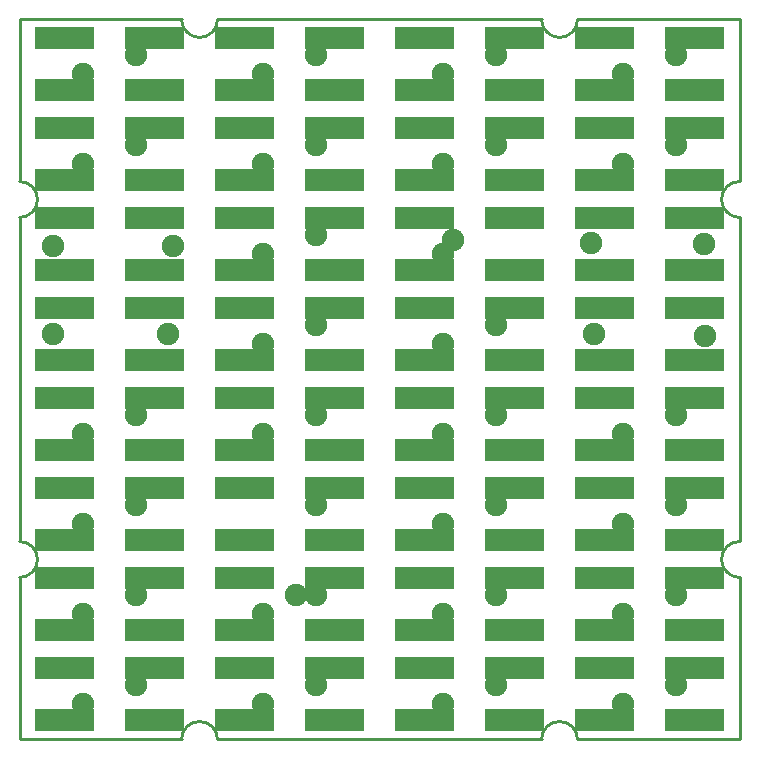
<source format=gts>
G04 #@! TF.FileFunction,Soldermask,Top*
%FSLAX46Y46*%
G04 Gerber Fmt 4.6, Leading zero omitted, Abs format (unit mm)*
G04 Created by KiCad (PCBNEW 4.0.2-4+6225~38~ubuntu15.04.1-stable) date Wed Feb 24 14:52:56 2016*
%MOMM*%
G01*
G04 APERTURE LIST*
%ADD10C,0.254000*%
%ADD11R,1.908000X1.908000*%
%ADD12R,1.808000X1.908000*%
%ADD13C,1.908000*%
G04 APERTURE END LIST*
D10*
X44196000Y0D02*
X16764000Y0D01*
X60960000Y0D02*
X47244000Y0D01*
X60960000Y13716000D02*
X60960000Y0D01*
X60960000Y44196000D02*
X60960000Y16764000D01*
X60960000Y60960000D02*
X60960000Y47244000D01*
X47244000Y60960000D02*
X60960000Y60960000D01*
X16764000Y60960000D02*
X44196000Y60960000D01*
X0Y60960000D02*
X13716000Y60960000D01*
X0Y47244000D02*
X0Y60960000D01*
X0Y16764000D02*
X0Y44196000D01*
X0Y0D02*
X0Y13716000D01*
X13716000Y0D02*
X0Y0D01*
X60960000Y16764000D02*
G75*
G03X59436000Y15240000I0J-1524000D01*
G01*
X59436000Y15240000D02*
G75*
G03X60960000Y13716000I1524000J0D01*
G01*
X60960000Y47244000D02*
G75*
G03X59436000Y45720000I0J-1524000D01*
G01*
X59436000Y45720000D02*
G75*
G03X60960000Y44196000I1524000J0D01*
G01*
X44196000Y60960000D02*
G75*
G03X45720000Y59436000I1524000J0D01*
G01*
X45720000Y59436000D02*
G75*
G03X47244000Y60960000I0J1524000D01*
G01*
X13716000Y60960000D02*
G75*
G03X15240000Y59436000I1524000J0D01*
G01*
X15240000Y59436000D02*
G75*
G03X16764000Y60960000I0J1524000D01*
G01*
X0Y44196000D02*
G75*
G03X1524000Y45720000I0J1524000D01*
G01*
X1524000Y45720000D02*
G75*
G03X0Y47244000I-1524000J0D01*
G01*
X0Y13716000D02*
G75*
G03X1524000Y15240000I0J1524000D01*
G01*
X1524000Y15240000D02*
G75*
G03X0Y16764000I-1524000J0D01*
G01*
X16764000Y0D02*
G75*
G03X15240000Y1524000I-1524000J0D01*
G01*
X15240000Y1524000D02*
G75*
G03X13716000Y0I0J-1524000D01*
G01*
X45720000Y1524000D02*
G75*
G03X44196000Y0I0J-1524000D01*
G01*
X47244000Y0D02*
G75*
G03X45720000Y1524000I-1524000J0D01*
G01*
D11*
X5410000Y32090000D03*
X5410000Y36490000D03*
D12*
X3810000Y36490000D03*
X3810000Y32090000D03*
D11*
X2210000Y32090000D03*
X2210000Y36490000D03*
D13*
X2794000Y34290000D03*
D11*
X5410000Y39710000D03*
X5410000Y44110000D03*
D12*
X3810000Y44110000D03*
X3810000Y39710000D03*
D11*
X2210000Y39710000D03*
X2210000Y44110000D03*
D13*
X2794000Y41783000D03*
D11*
X9830000Y44110000D03*
X9830000Y39710000D03*
D12*
X11430000Y39710000D03*
X11430000Y44110000D03*
D11*
X13030000Y44110000D03*
X13030000Y39710000D03*
D13*
X12954000Y41783000D03*
D11*
X9830000Y36490000D03*
X9830000Y32090000D03*
D12*
X11430000Y32090000D03*
X11430000Y36490000D03*
D11*
X13030000Y36490000D03*
X13030000Y32090000D03*
D13*
X12573000Y34290000D03*
D11*
X20650000Y16850000D03*
X20650000Y21250000D03*
D12*
X19050000Y21250000D03*
X19050000Y16850000D03*
D11*
X17450000Y16850000D03*
X17450000Y21250000D03*
D13*
X23368000Y12192000D03*
D11*
X35890000Y39710000D03*
X35890000Y44110000D03*
D12*
X34290000Y44110000D03*
X34290000Y39710000D03*
D11*
X32690000Y39710000D03*
X32690000Y44110000D03*
D13*
X35890000Y41110000D03*
D11*
X40310000Y44110000D03*
X40310000Y39710000D03*
D12*
X41910000Y39710000D03*
X41910000Y44110000D03*
D11*
X43510000Y44110000D03*
X43510000Y39710000D03*
D13*
X36703000Y42291000D03*
D11*
X51130000Y32090000D03*
X51130000Y36490000D03*
D12*
X49530000Y36490000D03*
X49530000Y32090000D03*
D11*
X47930000Y32090000D03*
X47930000Y36490000D03*
D13*
X48641000Y34290000D03*
D11*
X51130000Y39710000D03*
X51130000Y44110000D03*
D12*
X49530000Y44110000D03*
X49530000Y39710000D03*
D11*
X47930000Y39710000D03*
X47930000Y44110000D03*
D13*
X48387000Y42037000D03*
D11*
X55550000Y44110000D03*
X55550000Y39710000D03*
D12*
X57150000Y39710000D03*
X57150000Y44110000D03*
D11*
X58750000Y44110000D03*
X58750000Y39710000D03*
D13*
X57912000Y41910000D03*
D11*
X55550000Y36490000D03*
X55550000Y32090000D03*
D12*
X57150000Y32090000D03*
X57150000Y36490000D03*
D11*
X58750000Y36490000D03*
X58750000Y32090000D03*
D13*
X58039000Y34163000D03*
D11*
X55550000Y6010000D03*
X55550000Y1610000D03*
D12*
X57150000Y1610000D03*
X57150000Y6010000D03*
D11*
X58750000Y6010000D03*
X58750000Y1610000D03*
D13*
X55550000Y4610000D03*
D11*
X51130000Y1610000D03*
X51130000Y6010000D03*
D12*
X49530000Y6010000D03*
X49530000Y1610000D03*
D11*
X47930000Y1610000D03*
X47930000Y6010000D03*
D13*
X51130000Y3010000D03*
D11*
X40310000Y6010000D03*
X40310000Y1610000D03*
D12*
X41910000Y1610000D03*
X41910000Y6010000D03*
D11*
X43510000Y6010000D03*
X43510000Y1610000D03*
D13*
X40310000Y4610000D03*
D11*
X35890000Y1610000D03*
X35890000Y6010000D03*
D12*
X34290000Y6010000D03*
X34290000Y1610000D03*
D11*
X32690000Y1610000D03*
X32690000Y6010000D03*
D13*
X35890000Y3010000D03*
D11*
X25070000Y6010000D03*
X25070000Y1610000D03*
D12*
X26670000Y1610000D03*
X26670000Y6010000D03*
D11*
X28270000Y6010000D03*
X28270000Y1610000D03*
D13*
X25070000Y4610000D03*
D11*
X20650000Y1610000D03*
X20650000Y6010000D03*
D12*
X19050000Y6010000D03*
X19050000Y1610000D03*
D11*
X17450000Y1610000D03*
X17450000Y6010000D03*
D13*
X20650000Y3010000D03*
D11*
X9830000Y6010000D03*
X9830000Y1610000D03*
D12*
X11430000Y1610000D03*
X11430000Y6010000D03*
D11*
X13030000Y6010000D03*
X13030000Y1610000D03*
D13*
X9830000Y4610000D03*
D11*
X5410000Y1610000D03*
X5410000Y6010000D03*
D12*
X3810000Y6010000D03*
X3810000Y1610000D03*
D11*
X2210000Y1610000D03*
X2210000Y6010000D03*
D13*
X5410000Y3010000D03*
D11*
X5410000Y24470000D03*
X5410000Y28870000D03*
D12*
X3810000Y28870000D03*
X3810000Y24470000D03*
D11*
X2210000Y24470000D03*
X2210000Y28870000D03*
D13*
X5410000Y25870000D03*
D11*
X5410000Y9230000D03*
X5410000Y13630000D03*
D12*
X3810000Y13630000D03*
X3810000Y9230000D03*
D11*
X2210000Y9230000D03*
X2210000Y13630000D03*
D13*
X5410000Y10630000D03*
D11*
X5410000Y16850000D03*
X5410000Y21250000D03*
D12*
X3810000Y21250000D03*
X3810000Y16850000D03*
D11*
X2210000Y16850000D03*
X2210000Y21250000D03*
D13*
X5410000Y18250000D03*
D11*
X5410000Y47330000D03*
X5410000Y51730000D03*
D12*
X3810000Y51730000D03*
X3810000Y47330000D03*
D11*
X2210000Y47330000D03*
X2210000Y51730000D03*
D13*
X5410000Y48730000D03*
D11*
X5410000Y54950000D03*
X5410000Y59350000D03*
D12*
X3810000Y59350000D03*
X3810000Y54950000D03*
D11*
X2210000Y54950000D03*
X2210000Y59350000D03*
D13*
X5410000Y56350000D03*
D11*
X9830000Y59350000D03*
X9830000Y54950000D03*
D12*
X11430000Y54950000D03*
X11430000Y59350000D03*
D11*
X13030000Y59350000D03*
X13030000Y54950000D03*
D13*
X9830000Y57950000D03*
D11*
X9830000Y51730000D03*
X9830000Y47330000D03*
D12*
X11430000Y47330000D03*
X11430000Y51730000D03*
D11*
X13030000Y51730000D03*
X13030000Y47330000D03*
D13*
X9830000Y50330000D03*
D11*
X9830000Y28870000D03*
X9830000Y24470000D03*
D12*
X11430000Y24470000D03*
X11430000Y28870000D03*
D11*
X13030000Y28870000D03*
X13030000Y24470000D03*
D13*
X9830000Y27470000D03*
D11*
X9830000Y21250000D03*
X9830000Y16850000D03*
D12*
X11430000Y16850000D03*
X11430000Y21250000D03*
D11*
X13030000Y21250000D03*
X13030000Y16850000D03*
D13*
X9830000Y19850000D03*
D11*
X9830000Y13630000D03*
X9830000Y9230000D03*
D12*
X11430000Y9230000D03*
X11430000Y13630000D03*
D11*
X13030000Y13630000D03*
X13030000Y9230000D03*
D13*
X9830000Y12230000D03*
D11*
X20650000Y9230000D03*
X20650000Y13630000D03*
D12*
X19050000Y13630000D03*
X19050000Y9230000D03*
D11*
X17450000Y9230000D03*
X17450000Y13630000D03*
D13*
X20650000Y10630000D03*
D11*
X20650000Y24470000D03*
X20650000Y28870000D03*
D12*
X19050000Y28870000D03*
X19050000Y24470000D03*
D11*
X17450000Y24470000D03*
X17450000Y28870000D03*
D13*
X20650000Y25870000D03*
D11*
X20650000Y32090000D03*
X20650000Y36490000D03*
D12*
X19050000Y36490000D03*
X19050000Y32090000D03*
D11*
X17450000Y32090000D03*
X17450000Y36490000D03*
D13*
X20650000Y33490000D03*
D11*
X20650000Y39710000D03*
X20650000Y44110000D03*
D12*
X19050000Y44110000D03*
X19050000Y39710000D03*
D11*
X17450000Y39710000D03*
X17450000Y44110000D03*
D13*
X20650000Y41110000D03*
D11*
X20650000Y47330000D03*
X20650000Y51730000D03*
D12*
X19050000Y51730000D03*
X19050000Y47330000D03*
D11*
X17450000Y47330000D03*
X17450000Y51730000D03*
D13*
X20650000Y48730000D03*
D11*
X20650000Y54950000D03*
X20650000Y59350000D03*
D12*
X19050000Y59350000D03*
X19050000Y54950000D03*
D11*
X17450000Y54950000D03*
X17450000Y59350000D03*
D13*
X20650000Y56350000D03*
D11*
X25070000Y59350000D03*
X25070000Y54950000D03*
D12*
X26670000Y54950000D03*
X26670000Y59350000D03*
D11*
X28270000Y59350000D03*
X28270000Y54950000D03*
D13*
X25070000Y57950000D03*
D11*
X25070000Y51730000D03*
X25070000Y47330000D03*
D12*
X26670000Y47330000D03*
X26670000Y51730000D03*
D11*
X28270000Y51730000D03*
X28270000Y47330000D03*
D13*
X25070000Y50330000D03*
D11*
X25070000Y44110000D03*
X25070000Y39710000D03*
D12*
X26670000Y39710000D03*
X26670000Y44110000D03*
D11*
X28270000Y44110000D03*
X28270000Y39710000D03*
D13*
X25070000Y42710000D03*
D11*
X25070000Y36490000D03*
X25070000Y32090000D03*
D12*
X26670000Y32090000D03*
X26670000Y36490000D03*
D11*
X28270000Y36490000D03*
X28270000Y32090000D03*
D13*
X25070000Y35090000D03*
D11*
X25070000Y28870000D03*
X25070000Y24470000D03*
D12*
X26670000Y24470000D03*
X26670000Y28870000D03*
D11*
X28270000Y28870000D03*
X28270000Y24470000D03*
D13*
X25070000Y27470000D03*
D11*
X25070000Y21250000D03*
X25070000Y16850000D03*
D12*
X26670000Y16850000D03*
X26670000Y21250000D03*
D11*
X28270000Y21250000D03*
X28270000Y16850000D03*
D13*
X25070000Y19850000D03*
D11*
X25070000Y13630000D03*
X25070000Y9230000D03*
D12*
X26670000Y9230000D03*
X26670000Y13630000D03*
D11*
X28270000Y13630000D03*
X28270000Y9230000D03*
D13*
X25070000Y12230000D03*
D11*
X35890000Y9230000D03*
X35890000Y13630000D03*
D12*
X34290000Y13630000D03*
X34290000Y9230000D03*
D11*
X32690000Y9230000D03*
X32690000Y13630000D03*
D13*
X35890000Y10630000D03*
D11*
X35890000Y16850000D03*
X35890000Y21250000D03*
D12*
X34290000Y21250000D03*
X34290000Y16850000D03*
D11*
X32690000Y16850000D03*
X32690000Y21250000D03*
D13*
X35890000Y18250000D03*
D11*
X35890000Y24470000D03*
X35890000Y28870000D03*
D12*
X34290000Y28870000D03*
X34290000Y24470000D03*
D11*
X32690000Y24470000D03*
X32690000Y28870000D03*
D13*
X35890000Y25870000D03*
D11*
X35890000Y32090000D03*
X35890000Y36490000D03*
D12*
X34290000Y36490000D03*
X34290000Y32090000D03*
D11*
X32690000Y32090000D03*
X32690000Y36490000D03*
D13*
X35890000Y33490000D03*
D11*
X35890000Y47330000D03*
X35890000Y51730000D03*
D12*
X34290000Y51730000D03*
X34290000Y47330000D03*
D11*
X32690000Y47330000D03*
X32690000Y51730000D03*
D13*
X35890000Y48730000D03*
D11*
X35890000Y54950000D03*
X35890000Y59350000D03*
D12*
X34290000Y59350000D03*
X34290000Y54950000D03*
D11*
X32690000Y54950000D03*
X32690000Y59350000D03*
D13*
X35890000Y56350000D03*
D11*
X40310000Y59350000D03*
X40310000Y54950000D03*
D12*
X41910000Y54950000D03*
X41910000Y59350000D03*
D11*
X43510000Y59350000D03*
X43510000Y54950000D03*
D13*
X40310000Y57950000D03*
D11*
X40310000Y51730000D03*
X40310000Y47330000D03*
D12*
X41910000Y47330000D03*
X41910000Y51730000D03*
D11*
X43510000Y51730000D03*
X43510000Y47330000D03*
D13*
X40310000Y50330000D03*
D11*
X40310000Y36490000D03*
X40310000Y32090000D03*
D12*
X41910000Y32090000D03*
X41910000Y36490000D03*
D11*
X43510000Y36490000D03*
X43510000Y32090000D03*
D13*
X40310000Y35090000D03*
D11*
X40310000Y28870000D03*
X40310000Y24470000D03*
D12*
X41910000Y24470000D03*
X41910000Y28870000D03*
D11*
X43510000Y28870000D03*
X43510000Y24470000D03*
D13*
X40310000Y27470000D03*
D11*
X40310000Y21250000D03*
X40310000Y16850000D03*
D12*
X41910000Y16850000D03*
X41910000Y21250000D03*
D11*
X43510000Y21250000D03*
X43510000Y16850000D03*
D13*
X40310000Y19850000D03*
D11*
X40310000Y13630000D03*
X40310000Y9230000D03*
D12*
X41910000Y9230000D03*
X41910000Y13630000D03*
D11*
X43510000Y13630000D03*
X43510000Y9230000D03*
D13*
X40310000Y12230000D03*
D11*
X51130000Y9230000D03*
X51130000Y13630000D03*
D12*
X49530000Y13630000D03*
X49530000Y9230000D03*
D11*
X47930000Y9230000D03*
X47930000Y13630000D03*
D13*
X51130000Y10630000D03*
D11*
X51130000Y16850000D03*
X51130000Y21250000D03*
D12*
X49530000Y21250000D03*
X49530000Y16850000D03*
D11*
X47930000Y16850000D03*
X47930000Y21250000D03*
D13*
X51130000Y18250000D03*
D11*
X51130000Y24470000D03*
X51130000Y28870000D03*
D12*
X49530000Y28870000D03*
X49530000Y24470000D03*
D11*
X47930000Y24470000D03*
X47930000Y28870000D03*
D13*
X51130000Y25870000D03*
D11*
X51130000Y47330000D03*
X51130000Y51730000D03*
D12*
X49530000Y51730000D03*
X49530000Y47330000D03*
D11*
X47930000Y47330000D03*
X47930000Y51730000D03*
D13*
X51130000Y48730000D03*
D11*
X51130000Y54950000D03*
X51130000Y59350000D03*
D12*
X49530000Y59350000D03*
X49530000Y54950000D03*
D11*
X47930000Y54950000D03*
X47930000Y59350000D03*
D13*
X51130000Y56350000D03*
D11*
X55550000Y59350000D03*
X55550000Y54950000D03*
D12*
X57150000Y54950000D03*
X57150000Y59350000D03*
D11*
X58750000Y59350000D03*
X58750000Y54950000D03*
D13*
X55550000Y57950000D03*
D11*
X55550000Y51730000D03*
X55550000Y47330000D03*
D12*
X57150000Y47330000D03*
X57150000Y51730000D03*
D11*
X58750000Y51730000D03*
X58750000Y47330000D03*
D13*
X55550000Y50330000D03*
D11*
X55550000Y28870000D03*
X55550000Y24470000D03*
D12*
X57150000Y24470000D03*
X57150000Y28870000D03*
D11*
X58750000Y28870000D03*
X58750000Y24470000D03*
D13*
X55550000Y27470000D03*
D11*
X55550000Y21250000D03*
X55550000Y16850000D03*
D12*
X57150000Y16850000D03*
X57150000Y21250000D03*
D11*
X58750000Y21250000D03*
X58750000Y16850000D03*
D13*
X55550000Y19850000D03*
D11*
X55550000Y13630000D03*
X55550000Y9230000D03*
D12*
X57150000Y9230000D03*
X57150000Y13630000D03*
D11*
X58750000Y13630000D03*
X58750000Y9230000D03*
D13*
X55550000Y12230000D03*
M02*

</source>
